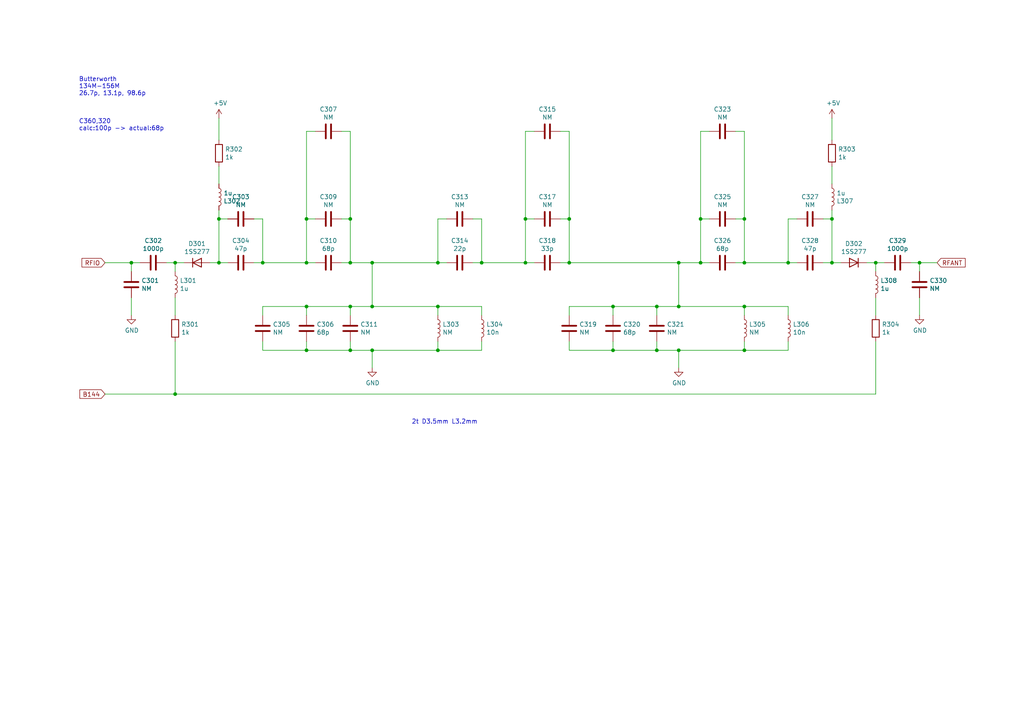
<source format=kicad_sch>
(kicad_sch (version 20211123) (generator eeschema)
  (paper "A4")
  (title_block (title "FM QRP TRCV") (date "2022-03-12") (rev "1") (company "JK1MLY / PRUG"))
  (lib_symbols
    (symbol "Device:C" (pin_numbers hide) (pin_names (offset 0.254))
      (property "Reference" "C" (at 0.635 2.54 0))
      (property "Value" "C" (at 0.635 -2.54 0))
      (symbol "C_0_1"
        (polyline (pts (xy -2.032 -0.762) (xy 2.032 -0.762)) (stroke (width 0.508)))
        (polyline (pts (xy -2.032 0.762) (xy 2.032 0.762)) (stroke (width 0.508)))
      )
      (symbol "C_1_1"
        (pin passive line (at 0 3.81 270) (length 2.794) (name "~") (number "1"))
        (pin passive line (at 0 -3.81 90) (length 2.794) (name "~") (number "2"))
      )
    )
    (symbol "Device:D" (pin_numbers hide) (pin_names (offset 1.016) hide)
      (property "Reference" "D" (at 0 2.54 0))
      (property "Value" "D" (at 0 -2.54 0))
      (symbol "D_0_1"
        (polyline (pts (xy -1.27 1.27) (xy -1.27 -1.27)) (stroke (width 0.254)))
        (polyline (pts (xy 1.27 0) (xy -1.27 0)))
        (polyline (pts (xy 1.27 1.27) (xy 1.27 -1.27) (xy -1.27 0) (xy 1.27 1.27)) (stroke (width 0.254)))
      )
      (symbol "D_1_1"
        (pin passive line (at -3.81 0 0) (length 2.54) (name "K") (number "1"))
        (pin passive line (at 3.81 0 180) (length 2.54) (name "A") (number "2"))
      )
    )
    (symbol "Device:L" (pin_numbers hide) (pin_names (offset 1.016) hide)
      (property "Reference" "L" (at -1.27 0 90))
      (property "Value" "L" (at 1.905 0 90))
      (symbol "L_0_1"
        (arc (start 0 -2.54) (mid 0.635 -1.905) (end 0 -1.27))
        (arc (start 0 -1.27) (mid 0.635 -0.635) (end 0 0))
        (arc (start 0 0) (mid 0.635 0.635) (end 0 1.27))
        (arc (start 0 1.27) (mid 0.635 1.905) (end 0 2.54))
      )
      (symbol "L_1_1"
        (pin passive line (at 0 3.81 270) (length 1.27) (name "1") (number "1"))
        (pin passive line (at 0 -3.81 90) (length 1.27) (name "2") (number "2"))
      )
    )
    (symbol "Device:R" (pin_numbers hide) (pin_names (offset 0))
      (property "Reference" "R" (at 2.032 0 90))
      (property "Value" "R" (at 0 0 90))
      (symbol "R_0_1"
        (rectangle (start -1.016 -2.54) (end 1.016 2.54) (stroke (width 0.254)))
      )
      (symbol "R_1_1"
        (pin passive line (at 0 3.81 270) (length 1.27) (name "~") (number "1"))
        (pin passive line (at 0 -3.81 90) (length 1.27) (name "~") (number "2"))
      )
    )
    (symbol "power:+5V" (power) (pin_names (offset 0))
      (property "Value" "+5V" (at 0 3.556 0))
      (symbol "+5V_0_1"
        (polyline (pts (xy -0.762 1.27) (xy 0 2.54)))
        (polyline (pts (xy 0 0) (xy 0 2.54)))
        (polyline (pts (xy 0 2.54) (xy 0.762 1.27)))
      )
      (symbol "+5V_1_1"
        (pin power_in line (at 0 0 90) (length 0) hide (name "+5V") (number "1"))
      )
    )
    (symbol "power:GND" (power) (pin_names (offset 0))
      (property "Value" "GND" (at 0 -3.81 0))
      (symbol "GND_0_1"
        (polyline (pts (xy 0 0) (xy 0 -1.27) (xy 1.27 -1.27) (xy 0 -2.54) (xy -1.27 -1.27) (xy 0 -1.27)))
      )
      (symbol "GND_1_1"
        (pin power_in line (at 0 0 270) (length 0) hide (name "GND") (number "1"))
      )
    )
  )
  (junction (at 228.6 76.2))
  (junction (at 254 76.2))
  (junction (at 203.2 76.2))
  (junction (at 215.9 88.9))
  (junction (at 152.4 63.5))
  (junction (at 196.85 101.6))
  (junction (at 177.8 88.9))
  (junction (at 88.9 88.9))
  (junction (at 127 88.9))
  (junction (at 88.9 76.2))
  (junction (at 107.95 101.6))
  (junction (at 203.2 63.5))
  (junction (at 88.9 101.6))
  (junction (at 152.4 76.2))
  (junction (at 196.85 88.9))
  (junction (at 76.2 76.2))
  (junction (at 50.8 76.2))
  (junction (at 50.8 114.3))
  (junction (at 241.3 63.5))
  (junction (at 127 101.6))
  (junction (at 215.9 63.5))
  (junction (at 107.95 88.9))
  (junction (at 215.9 76.2))
  (junction (at 101.6 101.6))
  (junction (at 101.6 76.2))
  (junction (at 88.9 63.5))
  (junction (at 63.5 63.5))
  (junction (at 139.7 76.2))
  (junction (at 241.3 76.2))
  (junction (at 127 76.2))
  (junction (at 190.5 101.6))
  (junction (at 165.1 63.5))
  (junction (at 215.9 101.6))
  (junction (at 101.6 63.5))
  (junction (at 107.95 76.2))
  (junction (at 38.1 76.2))
  (junction (at 266.7 76.2))
  (junction (at 177.8 101.6))
  (junction (at 101.6 88.9))
  (junction (at 165.1 76.2))
  (junction (at 63.5 76.2))
  (junction (at 196.85 76.2))
  (junction (at 190.5 88.9))
  (wire (pts (xy 139.7 101.6) (xy 139.7 99.06)))
  (wire (pts (xy 127 76.2) (xy 129.54 76.2)))
  (wire (pts (xy 107.95 88.9) (xy 127 88.9)))
  (wire (pts (xy 165.1 88.9) (xy 177.8 88.9)))
  (wire (pts (xy 231.14 63.5) (xy 228.6 63.5)))
  (wire (pts (xy 177.8 101.6) (xy 190.5 101.6)))
  (wire (pts (xy 165.1 91.44) (xy 165.1 88.9)))
  (wire (pts (xy 190.5 99.06) (xy 190.5 101.6)))
  (wire (pts (xy 127 91.44) (xy 127 88.9)))
  (wire (pts (xy 91.44 38.1) (xy 88.9 38.1)))
  (wire (pts (xy 76.2 63.5) (xy 76.2 76.2)))
  (wire (pts (xy 127 63.5) (xy 127 76.2)))
  (wire (pts (xy 101.6 99.06) (xy 101.6 101.6)))
  (wire (pts (xy 241.3 76.2) (xy 243.84 76.2)))
  (wire (pts (xy 165.1 101.6) (xy 177.8 101.6)))
  (wire (pts (xy 213.36 38.1) (xy 215.9 38.1)))
  (wire (pts (xy 254 86.36) (xy 254 91.44)))
  (wire (pts (xy 63.5 60.96) (xy 63.5 63.5)))
  (wire (pts (xy 63.5 63.5) (xy 63.5 76.2)))
  (wire (pts (xy 107.95 106.68) (xy 107.95 101.6)))
  (wire (pts (xy 107.95 101.6) (xy 127 101.6)))
  (wire (pts (xy 50.8 114.3) (xy 254 114.3)))
  (wire (pts (xy 241.3 63.5) (xy 241.3 76.2)))
  (wire (pts (xy 38.1 76.2) (xy 30.48 76.2)))
  (wire (pts (xy 101.6 63.5) (xy 101.6 76.2)))
  (wire (pts (xy 88.9 38.1) (xy 88.9 63.5)))
  (wire (pts (xy 101.6 91.44) (xy 101.6 88.9)))
  (wire (pts (xy 50.8 86.36) (xy 50.8 91.44)))
  (wire (pts (xy 196.85 76.2) (xy 196.85 88.9)))
  (wire (pts (xy 76.2 88.9) (xy 88.9 88.9)))
  (wire (pts (xy 228.6 63.5) (xy 228.6 76.2)))
  (wire (pts (xy 101.6 88.9) (xy 107.95 88.9)))
  (wire (pts (xy 266.7 78.74) (xy 266.7 76.2)))
  (wire (pts (xy 88.9 88.9) (xy 101.6 88.9)))
  (wire (pts (xy 107.95 76.2) (xy 107.95 88.9)))
  (wire (pts (xy 101.6 38.1) (xy 101.6 63.5)))
  (wire (pts (xy 165.1 99.06) (xy 165.1 101.6)))
  (wire (pts (xy 196.85 106.68) (xy 196.85 101.6)))
  (wire (pts (xy 165.1 63.5) (xy 165.1 76.2)))
  (wire (pts (xy 241.3 48.26) (xy 241.3 53.34)))
  (wire (pts (xy 76.2 101.6) (xy 88.9 101.6)))
  (wire (pts (xy 99.06 38.1) (xy 101.6 38.1)))
  (wire (pts (xy 266.7 76.2) (xy 264.16 76.2)))
  (wire (pts (xy 203.2 76.2) (xy 196.85 76.2)))
  (wire (pts (xy 196.85 101.6) (xy 215.9 101.6)))
  (wire (pts (xy 66.04 63.5) (xy 63.5 63.5)))
  (wire (pts (xy 177.8 88.9) (xy 177.8 91.44)))
  (wire (pts (xy 139.7 63.5) (xy 139.7 76.2)))
  (wire (pts (xy 38.1 76.2) (xy 38.1 78.74)))
  (wire (pts (xy 76.2 91.44) (xy 76.2 88.9)))
  (wire (pts (xy 241.3 60.96) (xy 241.3 63.5)))
  (wire (pts (xy 63.5 76.2) (xy 66.04 76.2)))
  (wire (pts (xy 162.56 38.1) (xy 165.1 38.1)))
  (wire (pts (xy 162.56 63.5) (xy 165.1 63.5)))
  (wire (pts (xy 91.44 63.5) (xy 88.9 63.5)))
  (wire (pts (xy 165.1 76.2) (xy 162.56 76.2)))
  (wire (pts (xy 165.1 38.1) (xy 165.1 63.5)))
  (wire (pts (xy 215.9 76.2) (xy 228.6 76.2)))
  (wire (pts (xy 53.34 76.2) (xy 50.8 76.2)))
  (wire (pts (xy 137.16 63.5) (xy 139.7 63.5)))
  (wire (pts (xy 127 88.9) (xy 139.7 88.9)))
  (wire (pts (xy 215.9 99.06) (xy 215.9 101.6)))
  (wire (pts (xy 152.4 63.5) (xy 152.4 76.2)))
  (wire (pts (xy 139.7 88.9) (xy 139.7 91.44)))
  (wire (pts (xy 127 101.6) (xy 139.7 101.6)))
  (wire (pts (xy 107.95 76.2) (xy 127 76.2)))
  (wire (pts (xy 88.9 99.06) (xy 88.9 101.6)))
  (wire (pts (xy 241.3 34.29) (xy 241.3 40.64)))
  (wire (pts (xy 50.8 76.2) (xy 50.8 78.74)))
  (wire (pts (xy 228.6 88.9) (xy 228.6 91.44)))
  (wire (pts (xy 238.76 76.2) (xy 241.3 76.2)))
  (wire (pts (xy 63.5 34.29) (xy 63.5 40.64)))
  (wire (pts (xy 213.36 63.5) (xy 215.9 63.5)))
  (wire (pts (xy 50.8 76.2) (xy 48.26 76.2)))
  (wire (pts (xy 76.2 76.2) (xy 73.66 76.2)))
  (wire (pts (xy 101.6 76.2) (xy 99.06 76.2)))
  (wire (pts (xy 88.9 88.9) (xy 88.9 91.44)))
  (wire (pts (xy 190.5 88.9) (xy 196.85 88.9)))
  (wire (pts (xy 203.2 38.1) (xy 203.2 63.5)))
  (wire (pts (xy 88.9 76.2) (xy 91.44 76.2)))
  (wire (pts (xy 266.7 86.36) (xy 266.7 91.44)))
  (wire (pts (xy 254 114.3) (xy 254 99.06)))
  (wire (pts (xy 40.64 76.2) (xy 38.1 76.2)))
  (wire (pts (xy 154.94 38.1) (xy 152.4 38.1)))
  (wire (pts (xy 101.6 76.2) (xy 107.95 76.2)))
  (wire (pts (xy 73.66 63.5) (xy 76.2 63.5)))
  (wire (pts (xy 215.9 91.44) (xy 215.9 88.9)))
  (wire (pts (xy 127 99.06) (xy 127 101.6)))
  (wire (pts (xy 203.2 76.2) (xy 205.74 76.2)))
  (wire (pts (xy 63.5 48.26) (xy 63.5 53.34)))
  (wire (pts (xy 76.2 76.2) (xy 88.9 76.2)))
  (wire (pts (xy 228.6 76.2) (xy 231.14 76.2)))
  (wire (pts (xy 50.8 99.06) (xy 50.8 114.3)))
  (wire (pts (xy 196.85 88.9) (xy 215.9 88.9)))
  (wire (pts (xy 30.48 114.3) (xy 50.8 114.3)))
  (wire (pts (xy 215.9 38.1) (xy 215.9 63.5)))
  (wire (pts (xy 215.9 63.5) (xy 215.9 76.2)))
  (wire (pts (xy 177.8 99.06) (xy 177.8 101.6)))
  (wire (pts (xy 251.46 76.2) (xy 254 76.2)))
  (wire (pts (xy 203.2 63.5) (xy 203.2 76.2)))
  (wire (pts (xy 88.9 63.5) (xy 88.9 76.2)))
  (wire (pts (xy 152.4 76.2) (xy 154.94 76.2)))
  (wire (pts (xy 213.36 76.2) (xy 215.9 76.2)))
  (wire (pts (xy 215.9 101.6) (xy 228.6 101.6)))
  (wire (pts (xy 228.6 101.6) (xy 228.6 99.06)))
  (wire (pts (xy 271.78 76.2) (xy 266.7 76.2)))
  (wire (pts (xy 154.94 63.5) (xy 152.4 63.5)))
  (wire (pts (xy 165.1 76.2) (xy 196.85 76.2)))
  (wire (pts (xy 60.96 76.2) (xy 63.5 76.2)))
  (wire (pts (xy 190.5 91.44) (xy 190.5 88.9)))
  (wire (pts (xy 238.76 63.5) (xy 241.3 63.5)))
  (wire (pts (xy 152.4 38.1) (xy 152.4 63.5)))
  (wire (pts (xy 99.06 63.5) (xy 101.6 63.5)))
  (wire (pts (xy 88.9 101.6) (xy 101.6 101.6)))
  (wire (pts (xy 205.74 63.5) (xy 203.2 63.5)))
  (wire (pts (xy 256.54 76.2) (xy 254 76.2)))
  (wire (pts (xy 177.8 88.9) (xy 190.5 88.9)))
  (wire (pts (xy 205.74 38.1) (xy 203.2 38.1)))
  (wire (pts (xy 137.16 76.2) (xy 139.7 76.2)))
  (wire (pts (xy 129.54 63.5) (xy 127 63.5)))
  (wire (pts (xy 190.5 101.6) (xy 196.85 101.6)))
  (wire (pts (xy 139.7 76.2) (xy 152.4 76.2)))
  (wire (pts (xy 76.2 99.06) (xy 76.2 101.6)))
  (wire (pts (xy 215.9 88.9) (xy 228.6 88.9)))
  (wire (pts (xy 38.1 86.36) (xy 38.1 91.44)))
  (wire (pts (xy 254 76.2) (xy 254 78.74)))
  (wire (pts (xy 101.6 101.6) (xy 107.95 101.6)))
  (text "2t D3.5mm L3.2mm " (at 119.38 123.19 0) (effects (font (size 1.27 1.27)) (justify left bottom)))
  (text "Butterworth\n134M-156M\n26.7p, 13.1p, 98.6p" (at 22.86 27.94 0) (effects (font (size 1.27 1.27)) (justify left bottom)))
  (text "C360,320\ncalc:100p -> actual:68p" (at 22.86 38.1 0) (effects (font (size 1.27 1.27)) (justify left bottom)))
  (global_label "RFANT" (shape input) (at 271.78 76.2 0) (property "Intersheet References" "${INTERSHEET_REFS}" (effects hide)))
  (global_label "B144" (shape input) (at 30.48 114.3 180) (property "Intersheet References" "${INTERSHEET_REFS}" (effects hide)))
  (global_label "RFIO" (shape input) (at 30.48 76.2 180) (property "Intersheet References" "${INTERSHEET_REFS}" (effects hide)))
  (symbol (lib_id "Device:C") (at 190.5 95.25 0) (unit 1)
    (property "Reference" "C321" (at 193.421 94.0816 0) (effects (justify left)))
    (property "Value" "NM" (at 193.421 96.393 0) (effects (justify left)))
    (property "Footprint" "digikey-footprints:0603" (effects hide))
  )
  (symbol (lib_id "Device:C") (at 158.75 63.5 90) (unit 1)
    (property "Reference" "C317" (at 158.75 57.0992 90))
    (property "Value" "NM" (at 158.75 59.4106 90))
    (property "Footprint" "digikey-footprints:0603" (effects hide))
  )
  (symbol (lib_id "Device:D") (at 57.15 76.2 0) (unit 1)
    (property "Reference" "D301" (at 57.15 70.6882 0))
    (property "Value" "1SS277" (at 57.15 72.9996 0))
    (property "Footprint" "Diode_THT:D_A-405_P2.54mm_Vertical_AnodeUp" (effects hide))
    (property "Datasheet" "I-10623" (effects hide))
  )
  (symbol (lib_id "Device:D") (at 247.65 76.2 0) (mirror y) (unit 1)
    (property "Reference" "D302" (at 247.65 70.6882 0))
    (property "Value" "1SS277" (at 247.65 72.9996 0))
    (property "Footprint" "Diode_THT:D_A-405_P2.54mm_Vertical_AnodeUp" (effects hide))
    (property "Datasheet" "I-10623" (effects hide))
  )
  (symbol (lib_id "Device:L") (at 215.9 95.25 0) (unit 1)
    (property "Reference" "L305" (at 217.2462 94.0816 0) (effects (justify left)))
    (property "Value" "NM" (at 217.2462 96.393 0) (effects (justify left)))
    (property "Footprint" "Inductor_SMD:L_Murata_LQH2MCNxxxx02_2.0x1.6mm" (effects hide))
  )
  (symbol (lib_id "Device:L") (at 254 82.55 0) (unit 1)
    (property "Reference" "L308" (at 255.3462 81.3816 0) (effects (justify left)))
    (property "Value" "1u" (at 255.3462 83.693 0) (effects (justify left)))
    (property "Footprint" "Resistor_THT:R_Axial_DIN0207_L6.3mm_D2.5mm_P2.54mm_Vertical" (effects hide))
    (property "Datasheet" "P-03961" (effects hide))
  )
  (symbol (lib_id "Device:R") (at 63.5 44.45 0) (unit 1)
    (property "Reference" "R302" (at 65.278 43.2816 0) (effects (justify left)))
    (property "Value" "1k" (at 65.278 45.593 0) (effects (justify left)))
    (property "Footprint" "Resistor_THT:R_Axial_DIN0207_L6.3mm_D2.5mm_P2.54mm_Vertical" (effects hide))
  )
  (symbol (lib_id "Device:R") (at 254 95.25 0) (unit 1)
    (property "Reference" "R304" (at 255.778 94.0816 0) (effects (justify left)))
    (property "Value" "1k" (at 255.778 96.393 0) (effects (justify left)))
    (property "Footprint" "Resistor_THT:R_Axial_DIN0207_L6.3mm_D2.5mm_P2.54mm_Vertical" (effects hide))
  )
  (symbol (lib_id "Device:C") (at 177.8 95.25 0) (unit 1)
    (property "Reference" "C320" (at 180.721 94.0816 0) (effects (justify left)))
    (property "Value" "68p" (at 180.721 96.393 0) (effects (justify left)))
    (property "Footprint" "Capacitor_THT:C_Disc_D3.4mm_W2.1mm_P2.50mm" (effects hide))
  )
  (symbol (lib_id "Device:C") (at 165.1 95.25 0) (unit 1)
    (property "Reference" "C319" (at 168.021 94.0816 0) (effects (justify left)))
    (property "Value" "NM" (at 168.021 96.393 0) (effects (justify left)))
    (property "Footprint" "digikey-footprints:0603" (effects hide))
  )
  (symbol (lib_id "Device:L") (at 228.6 95.25 0) (unit 1)
    (property "Reference" "L306" (at 229.9462 94.0816 0) (effects (justify left)))
    (property "Value" "10n" (at 229.9462 96.393 0) (effects (justify left)))
    (property "Footprint" "Resistor_THT:R_Axial_DIN0204_L3.6mm_D1.6mm_P5.08mm_Horizontal" (effects hide))
  )
  (symbol (lib_id "Device:C") (at 158.75 76.2 90) (unit 1)
    (property "Reference" "C318" (at 158.75 69.7992 90))
    (property "Value" "33p" (at 158.75 72.1106 90))
    (property "Footprint" "Capacitor_THT:C_Disc_D3.4mm_W2.1mm_P2.50mm" (effects hide))
  )
  (symbol (lib_id "Device:C") (at 133.35 76.2 90) (unit 1)
    (property "Reference" "C314" (at 133.35 69.7992 90))
    (property "Value" "22p" (at 133.35 72.1106 90))
    (property "Footprint" "Capacitor_THT:C_Disc_D3.4mm_W2.1mm_P2.50mm" (effects hide))
  )
  (symbol (lib_id "Device:C") (at 101.6 95.25 0) (unit 1)
    (property "Reference" "C311" (at 104.521 94.0816 0) (effects (justify left)))
    (property "Value" "NM" (at 104.521 96.393 0) (effects (justify left)))
    (property "Footprint" "digikey-footprints:0603" (effects hide))
  )
  (symbol (lib_id "Device:L") (at 127 95.25 0) (unit 1)
    (property "Reference" "L303" (at 128.3462 94.0816 0) (effects (justify left)))
    (property "Value" "NM" (at 128.3462 96.393 0) (effects (justify left)))
    (property "Footprint" "Inductor_SMD:L_Murata_LQH2MCNxxxx02_2.0x1.6mm" (effects hide))
  )
  (symbol (lib_id "Device:C") (at 88.9 95.25 0) (unit 1)
    (property "Reference" "C306" (at 91.821 94.0816 0) (effects (justify left)))
    (property "Value" "68p" (at 91.821 96.393 0) (effects (justify left)))
    (property "Footprint" "Capacitor_THT:C_Disc_D3.4mm_W2.1mm_P2.50mm" (effects hide))
  )
  (symbol (lib_id "Device:C") (at 76.2 95.25 0) (unit 1)
    (property "Reference" "C305" (at 79.121 94.0816 0) (effects (justify left)))
    (property "Value" "NM" (at 79.121 96.393 0) (effects (justify left)))
    (property "Footprint" "digikey-footprints:0603" (effects hide))
  )
  (symbol (lib_id "Device:L") (at 139.7 95.25 0) (unit 1)
    (property "Reference" "L304" (at 141.0462 94.0816 0) (effects (justify left)))
    (property "Value" "10n" (at 141.0462 96.393 0) (effects (justify left)))
    (property "Footprint" "Resistor_THT:R_Axial_DIN0204_L3.6mm_D1.6mm_P5.08mm_Horizontal" (effects hide))
  )
  (symbol (lib_id "Device:C") (at 95.25 63.5 90) (unit 1)
    (property "Reference" "C309" (at 95.25 57.0992 90))
    (property "Value" "NM" (at 95.25 59.4106 90))
    (property "Footprint" "digikey-footprints:0603" (effects hide))
  )
  (symbol (lib_id "Device:C") (at 95.25 76.2 90) (unit 1)
    (property "Reference" "C310" (at 95.25 69.7992 90))
    (property "Value" "68p" (at 95.25 72.1106 90))
    (property "Footprint" "Capacitor_THT:C_Disc_D3.4mm_W2.1mm_P2.50mm" (effects hide))
  )
  (symbol (lib_id "Device:C") (at 69.85 76.2 90) (unit 1)
    (property "Reference" "C304" (at 69.85 69.7992 90))
    (property "Value" "47p" (at 69.85 72.1106 90))
    (property "Footprint" "Capacitor_THT:C_Disc_D3.4mm_W2.1mm_P2.50mm" (effects hide))
  )
  (symbol (lib_id "Device:C") (at 209.55 63.5 90) (unit 1)
    (property "Reference" "C325" (at 209.55 57.0992 90))
    (property "Value" "NM" (at 209.55 59.4106 90))
    (property "Footprint" "digikey-footprints:0603" (effects hide))
  )
  (symbol (lib_id "Device:C") (at 209.55 76.2 90) (unit 1)
    (property "Reference" "C326" (at 209.55 69.7992 90))
    (property "Value" "68p" (at 209.55 72.1106 90))
    (property "Footprint" "Capacitor_THT:C_Disc_D3.4mm_W2.1mm_P2.50mm" (effects hide))
  )
  (symbol (lib_id "Device:C") (at 234.95 76.2 90) (unit 1)
    (property "Reference" "C328" (at 234.95 69.7992 90))
    (property "Value" "47p" (at 234.95 72.1106 90))
    (property "Footprint" "Capacitor_THT:C_Disc_D3.4mm_W2.1mm_P2.50mm" (effects hide))
  )
  (symbol (lib_id "Device:L") (at 50.8 82.55 0) (unit 1)
    (property "Reference" "L301" (at 52.1462 81.3816 0) (effects (justify left)))
    (property "Value" "1u" (at 52.1462 83.693 0) (effects (justify left)))
    (property "Footprint" "Resistor_THT:R_Axial_DIN0207_L6.3mm_D2.5mm_P2.54mm_Vertical" (effects hide))
    (property "Datasheet" "P-03961" (effects hide))
  )
  (symbol (lib_id "Device:R") (at 50.8 95.25 0) (unit 1)
    (property "Reference" "R301" (at 52.578 94.0816 0) (effects (justify left)))
    (property "Value" "1k" (at 52.578 96.393 0) (effects (justify left)))
    (property "Footprint" "Resistor_THT:R_Axial_DIN0207_L6.3mm_D2.5mm_P2.54mm_Vertical" (effects hide))
  )
  (symbol (lib_id "Device:L") (at 63.5 57.15 0) (mirror x) (unit 1)
    (property "Reference" "L302" (at 64.8462 58.3184 0) (effects (justify left)))
    (property "Value" "1u" (at 64.8462 56.007 0) (effects (justify left)))
    (property "Footprint" "Resistor_THT:R_Axial_DIN0207_L6.3mm_D2.5mm_P2.54mm_Vertical" (effects hide))
    (property "Datasheet" "P-03961" (effects hide))
  )
  (symbol (lib_id "Device:R") (at 241.3 44.45 0) (unit 1)
    (property "Reference" "R303" (at 243.078 43.2816 0) (effects (justify left)))
    (property "Value" "1k" (at 243.078 45.593 0) (effects (justify left)))
    (property "Footprint" "Resistor_THT:R_Axial_DIN0207_L6.3mm_D2.5mm_P2.54mm_Vertical" (effects hide))
  )
  (symbol (lib_id "Device:L") (at 241.3 57.15 0) (mirror x) (unit 1)
    (property "Reference" "L307" (at 242.6462 58.3184 0) (effects (justify left)))
    (property "Value" "1u" (at 242.6462 56.007 0) (effects (justify left)))
    (property "Footprint" "Resistor_THT:R_Axial_DIN0207_L6.3mm_D2.5mm_P2.54mm_Vertical" (effects hide))
    (property "Datasheet" "P-03961" (effects hide))
  )
  (symbol (lib_id "power:GND") (at 107.95 106.68 0) (unit 1)
    (property "Reference" "#PWR0304" (effects hide))
    (property "Value" "GND" (at 108.077 111.0742 0))
  )
  (symbol (lib_id "power:GND") (at 196.85 106.68 0) (unit 1)
    (property "Reference" "#PWR0305" (effects hide))
    (property "Value" "GND" (at 196.977 111.0742 0))
  )
  (symbol (lib_id "power:+5V") (at 63.5 34.29 0) (unit 1)
    (property "Reference" "#PWR0303" (effects hide))
    (property "Value" "+5V" (at 63.881 29.8958 0))
  )
  (symbol (lib_id "power:+5V") (at 241.3 34.29 0) (unit 1)
    (property "Reference" "#PWR0306" (effects hide))
    (property "Value" "+5V" (at 241.681 29.8958 0))
  )
  (symbol (lib_id "Device:C") (at 260.35 76.2 90) (unit 1)
    (property "Reference" "C329" (at 260.35 69.7992 90))
    (property "Value" "1000p" (at 260.35 72.1106 90))
    (property "Footprint" "Capacitor_THT:C_Disc_D3.4mm_W2.1mm_P2.50mm" (effects hide))
  )
  (symbol (lib_id "Device:C") (at 44.45 76.2 90) (unit 1)
    (property "Reference" "C302" (at 44.45 69.7992 90))
    (property "Value" "1000p" (at 44.45 72.1106 90))
    (property "Footprint" "Capacitor_THT:C_Disc_D3.4mm_W2.1mm_P2.50mm" (effects hide))
  )
  (symbol (lib_id "Device:C") (at 38.1 82.55 0) (unit 1)
    (property "Reference" "C301" (at 41.021 81.3816 0) (effects (justify left)))
    (property "Value" "NM" (at 41.021 83.693 0) (effects (justify left)))
    (property "Footprint" "Capacitor_THT:C_Disc_D3.4mm_W2.1mm_P2.50mm" (effects hide))
  )
  (symbol (lib_id "power:GND") (at 38.1 91.44 0) (unit 1)
    (property "Reference" "#PWR0301" (effects hide))
    (property "Value" "GND" (at 38.227 95.8342 0))
  )
  (symbol (lib_id "Device:C") (at 266.7 82.55 0) (unit 1)
    (property "Reference" "C330" (at 269.621 81.3816 0) (effects (justify left)))
    (property "Value" "NM" (at 269.621 83.693 0) (effects (justify left)))
    (property "Footprint" "Capacitor_THT:C_Disc_D3.4mm_W2.1mm_P2.50mm" (effects hide))
  )
  (symbol (lib_id "power:GND") (at 266.7 91.44 0) (unit 1)
    (property "Reference" "#PWR0308" (effects hide))
    (property "Value" "GND" (at 266.827 95.8342 0))
  )
  (symbol (lib_id "Device:C") (at 69.85 63.5 90) (unit 1)
    (property "Reference" "C303" (at 69.85 57.0992 90))
    (property "Value" "NM" (at 69.85 59.4106 90))
    (property "Footprint" "digikey-footprints:0603" (effects hide))
  )
  (symbol (lib_id "Device:C") (at 133.35 63.5 90) (unit 1)
    (property "Reference" "C313" (at 133.35 57.0992 90))
    (property "Value" "NM" (at 133.35 59.4106 90))
    (property "Footprint" "digikey-footprints:0603" (effects hide))
  )
  (symbol (lib_id "Device:C") (at 234.95 63.5 90) (unit 1)
    (property "Reference" "C327" (at 234.95 57.0992 90))
    (property "Value" "NM" (at 234.95 59.4106 90))
    (property "Footprint" "digikey-footprints:0603" (effects hide))
  )
  (symbol (lib_id "Device:C") (at 95.25 38.1 90) (unit 1)
    (property "Reference" "C307" (at 95.25 31.6992 90))
    (property "Value" "NM" (at 95.25 34.0106 90))
    (property "Footprint" "digikey-footprints:0603" (effects hide))
  )
  (symbol (lib_id "Device:C") (at 158.75 38.1 90) (unit 1)
    (property "Reference" "C315" (at 158.75 31.6992 90))
    (property "Value" "NM" (at 158.75 34.0106 90))
    (property "Footprint" "digikey-footprints:0603" (effects hide))
  )
  (symbol (lib_id "Device:C") (at 209.55 38.1 90) (unit 1)
    (property "Reference" "C323" (at 209.55 31.6992 90))
    (property "Value" "NM" (at 209.55 34.0106 90))
    (property "Footprint" "digikey-footprints:0603" (effects hide))
  )
)
</source>
